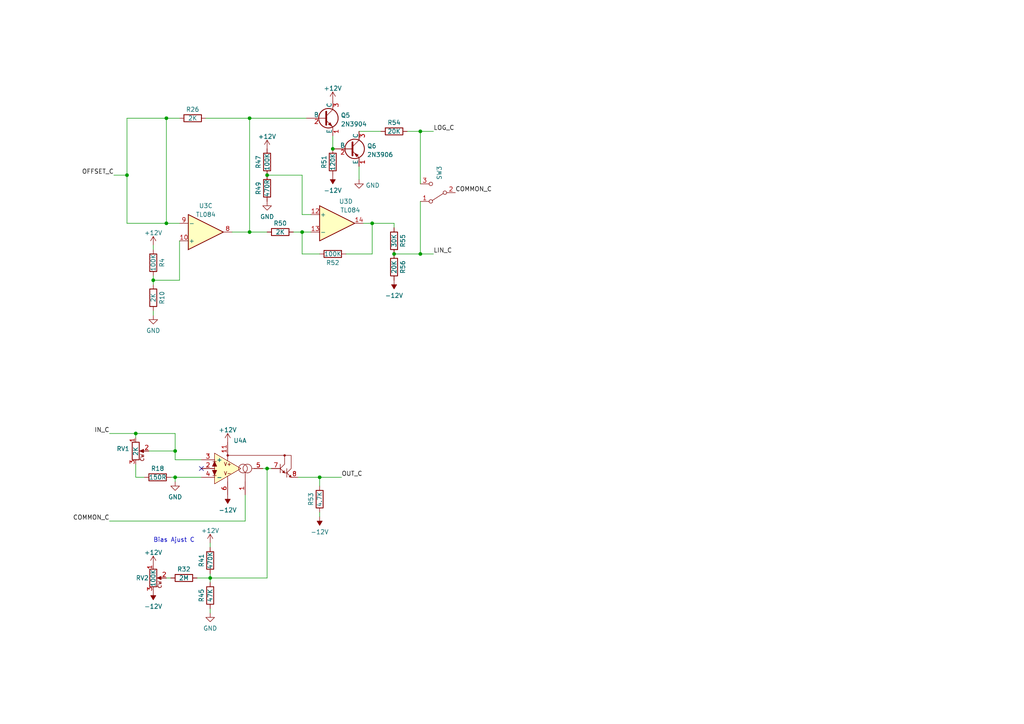
<source format=kicad_sch>
(kicad_sch (version 20211123) (generator eeschema)
  (paper "A4")
  (lib_symbols
    (symbol "Amplifier_Operational:TL084" (pin_names (offset 0.127))
      (property "Reference" "U" (at 0 5.08 0))
      (property "Value" "TL084" (at 0 -5.08 0))
      (symbol "TL084_1_1"
        (polyline (pts (xy -5.08 5.08) (xy 5.08 0) (xy -5.08 -5.08) (xy -5.08 5.08)) (stroke (width 0.254)) (fill (type background)))
        (pin output line (at 7.62 0 180) (length 2.54) (name "~") (number "1"))
        (pin input line (at -7.62 -2.54 0) (length 2.54) (name "-") (number "2"))
        (pin input line (at -7.62 2.54 0) (length 2.54) (name "+") (number "3"))
      )
      (symbol "TL084_2_1"
        (polyline (pts (xy -5.08 5.08) (xy 5.08 0) (xy -5.08 -5.08) (xy -5.08 5.08)) (stroke (width 0.254)) (fill (type background)))
        (pin input line (at -7.62 2.54 0) (length 2.54) (name "+") (number "5"))
        (pin input line (at -7.62 -2.54 0) (length 2.54) (name "-") (number "6"))
        (pin output line (at 7.62 0 180) (length 2.54) (name "~") (number "7"))
      )
      (symbol "TL084_3_1"
        (polyline (pts (xy -5.08 5.08) (xy 5.08 0) (xy -5.08 -5.08) (xy -5.08 5.08)) (stroke (width 0.254)) (fill (type background)))
        (pin input line (at -7.62 2.54 0) (length 2.54) (name "+") (number "10"))
        (pin output line (at 7.62 0 180) (length 2.54) (name "~") (number "8"))
        (pin input line (at -7.62 -2.54 0) (length 2.54) (name "-") (number "9"))
      )
      (symbol "TL084_4_1"
        (polyline (pts (xy -5.08 5.08) (xy 5.08 0) (xy -5.08 -5.08) (xy -5.08 5.08)) (stroke (width 0.254)) (fill (type background)))
        (pin input line (at -7.62 2.54 0) (length 2.54) (name "+") (number "12"))
        (pin input line (at -7.62 -2.54 0) (length 2.54) (name "-") (number "13"))
        (pin output line (at 7.62 0 180) (length 2.54) (name "~") (number "14"))
      )
      (symbol "TL084_5_1"
        (pin power_in line (at -2.54 -7.62 90) (length 3.81) (name "V-") (number "11"))
        (pin power_in line (at -2.54 7.62 270) (length 3.81) (name "V+") (number "4"))
      )
    )
    (symbol "Device:R" (pin_numbers hide) (pin_names (offset 0))
      (property "Reference" "R" (at 2.032 0 90))
      (property "Value" "R" (at 0 0 90))
      (symbol "R_0_1"
        (rectangle (start -1.016 -2.54) (end 1.016 2.54) (stroke (width 0.254)))
      )
      (symbol "R_1_1"
        (pin passive line (at 0 3.81 270) (length 1.27) (name "~") (number "1"))
        (pin passive line (at 0 -3.81 90) (length 1.27) (name "~") (number "2"))
      )
    )
    (symbol "Eurorack:Bourns_3296W_(Top_Adjust)" (pin_names (offset 1.016) hide)
      (property "Reference" "RV" (at -4.445 0 90))
      (property "Value" "Bourns_3296W_(Top_Adjust)" (at -2.54 0 90))
      (symbol "Bourns_3296W_(Top_Adjust)_0_0"
        (text "CW" (at 1.905 -1.905 900) (effects (font (size 1 1))))
      )
      (symbol "Bourns_3296W_(Top_Adjust)_0_1"
        (polyline (pts (xy 2.54 0) (xy 1.524 0)))
        (polyline (pts (xy 1.143 0) (xy 2.286 0.508) (xy 2.286 -0.508) (xy 1.143 0)) (fill (type outline)))
        (rectangle (start 1.016 2.54) (end -1.016 -2.54) (stroke (width 0.254)))
      )
      (symbol "Bourns_3296W_(Top_Adjust)_1_1"
        (pin passive line (at 0 3.81 270) (length 1.27) (name "1") (number "1"))
        (pin passive line (at 3.81 0 180) (length 1.27) (name "2") (number "2"))
        (pin passive line (at 0 -3.81 90) (length 1.27) (name "3") (number "3"))
      )
    )
    (symbol "OTA:NE5517"
      (property "Reference" "U" (at -2.54 7.62 0))
      (property "Value" "NE5517" (at 0 5.08 0))
      (symbol "NE5517_0_0"
        (circle (center -5.08 3.81) (radius 0.254) (fill (type outline)))
        (polyline (pts (xy -5.08 -3.81) (xy -5.08 -2.286)))
        (polyline (pts (xy -5.08 3.81) (xy -5.08 2.286)))
        (polyline (pts (xy 2.54 0) (xy 1.905 0)))
        (text "V+" (at -5.08 1.27 0) (effects (font (size 1.016 1.016))))
        (text "V-" (at -5.08 -1.397 0) (effects (font (size 1.016 1.016))))
      )
      (symbol "NE5517_0_1"
        (circle (center -0.635 0) (radius 1.27))
        (polyline (pts (xy -9.398 -2.032) (xy -8.382 -2.032)))
        (polyline (pts (xy -5.08 3.81) (xy 11.43 3.81)))
        (polyline (pts (xy 0 -3.81) (xy 0 -1.27)))
        (polyline (pts (xy 12.065 -1.27) (xy 13.335 -2.54)))
        (polyline (pts (xy 12.065 0) (xy 12.065 -2.54)))
        (polyline (pts (xy -9.398 2.032) (xy -8.763 2.032) (xy -8.382 2.032)))
        (polyline (pts (xy 10.16 0) (xy 11.43 -1.27) (xy 12.065 -1.27)))
        (polyline (pts (xy 10.16 1.27) (xy 10.16 0) (xy 10.16 -1.27)))
        (polyline (pts (xy 11.43 3.81) (xy 11.43 1.27) (xy 10.16 0)))
        (polyline (pts (xy -8.89 -1.905) (xy -9.525 -0.508) (xy -8.255 -0.508) (xy -8.89 -1.905)) (fill (type outline)))
        (polyline (pts (xy -8.89 2.032) (xy -9.525 0.635) (xy -8.255 0.635) (xy -8.89 2.032)) (fill (type outline)))
        (polyline (pts (xy -8.89 4.445) (xy -1.27 0) (xy -8.89 -4.445) (xy -8.89 4.445)) (stroke (width 0.1524)) (fill (type background)))
        (polyline (pts (xy 11.43 -1.27) (xy 10.795 -1.143) (xy 11.303 -0.635) (xy 11.43 -1.27)) (fill (type outline)))
        (polyline (pts (xy 12.065 -1.27) (xy 13.335 0) (xy 13.335 3.81) (xy 11.43 3.81)))
        (polyline (pts (xy 13.335 -2.54) (xy 12.7 -2.413) (xy 13.208 -1.905) (xy 13.335 -2.54)) (fill (type outline)))
        (circle (center 0.635 0) (radius 1.27))
        (circle (center 11.43 3.81) (radius 0.254) (fill (type outline)))
        (pin input line (at -5.08 7.62 270) (length 3.81) (name "~") (number "11"))
        (pin input line (at -5.08 -7.62 90) (length 3.81) (name "~") (number "6"))
      )
      (symbol "NE5517_1_1"
        (pin input line (at 0 -7.62 90) (length 3.81) (name "~") (number "1"))
        (pin input line (at -12.7 0 0) (length 3.81) (name "~") (number "2"))
        (pin input line (at -12.7 2.54 0) (length 3.81) (name "+") (number "3"))
        (pin input line (at -12.7 -2.54 0) (length 3.81) (name "-") (number "4"))
        (pin output line (at 5.08 0 180) (length 2.54) (name "~") (number "5"))
        (pin input line (at 7.62 0 0) (length 2.54) (name "~") (number "7"))
        (pin input line (at 15.24 -2.54 180) (length 1.905) (name "~") (number "8"))
      )
      (symbol "NE5517_2_1"
        (pin input line (at 7.62 0 0) (length 2.54) (name "~") (number "10"))
        (pin output line (at 5.08 0 180) (length 2.54) (name "~") (number "12"))
        (pin input line (at -12.7 -2.54 0) (length 3.81) (name "-") (number "13"))
        (pin input line (at -12.7 2.54 0) (length 3.81) (name "+") (number "14"))
        (pin input line (at -12.7 0 0) (length 3.81) (name "~") (number "15"))
        (pin input line (at 0 -7.62 90) (length 3.81) (name "~") (number "16"))
        (pin input line (at 15.24 -2.54 180) (length 1.905) (name "~") (number "9"))
      )
    )
    (symbol "Switch:SW_SPDT" (pin_names (offset 0) hide)
      (property "Reference" "SW" (at 0 4.318 0))
      (property "Value" "SW_SPDT" (at 0 -5.08 0))
      (symbol "SW_SPDT_0_0"
        (circle (center -2.032 0) (radius 0.508))
        (circle (center 2.032 -2.54) (radius 0.508))
      )
      (symbol "SW_SPDT_0_1"
        (polyline (pts (xy -1.524 0.254) (xy 1.651 2.286)))
        (circle (center 2.032 2.54) (radius 0.508))
      )
      (symbol "SW_SPDT_1_1"
        (pin passive line (at 5.08 2.54 180) (length 2.54) (name "A") (number "1"))
        (pin passive line (at -5.08 0 0) (length 2.54) (name "B") (number "2"))
        (pin passive line (at 5.08 -2.54 180) (length 2.54) (name "C") (number "3"))
      )
    )
    (symbol "Transistor_BJT:2N3904" (pin_names (offset 0))
      (property "Reference" "Q" (at 5.08 1.905 0))
      (property "Value" "2N3904" (at 5.08 0 0))
      (symbol "2N3904_0_1"
        (polyline (pts (xy 0.635 0.635) (xy 2.54 2.54)))
        (polyline (pts (xy 0.635 -0.635) (xy 2.54 -2.54) (xy 2.54 -2.54)))
        (polyline (pts (xy 0.635 1.905) (xy 0.635 -1.905) (xy 0.635 -1.905)) (stroke (width 0.508)))
        (polyline (pts (xy 1.27 -1.778) (xy 1.778 -1.27) (xy 2.286 -2.286) (xy 1.27 -1.778) (xy 1.27 -1.778)) (fill (type outline)))
        (circle (center 1.27 0) (radius 2.8194) (stroke (width 0.254)))
      )
      (symbol "2N3904_1_1"
        (pin passive line (at 2.54 -5.08 90) (length 2.54) (name "E") (number "1"))
        (pin passive line (at -5.08 0 0) (length 5.715) (name "B") (number "2"))
        (pin passive line (at 2.54 5.08 270) (length 2.54) (name "C") (number "3"))
      )
    )
    (symbol "Transistor_BJT:2N3906" (pin_names (offset 0))
      (property "Reference" "Q" (at 5.08 1.905 0))
      (property "Value" "2N3906" (at 5.08 0 0))
      (symbol "2N3906_0_1"
        (polyline (pts (xy 0.635 0.635) (xy 2.54 2.54)))
        (polyline (pts (xy 0.635 -0.635) (xy 2.54 -2.54) (xy 2.54 -2.54)))
        (polyline (pts (xy 0.635 1.905) (xy 0.635 -1.905) (xy 0.635 -1.905)) (stroke (width 0.508)))
        (polyline (pts (xy 2.286 -1.778) (xy 1.778 -2.286) (xy 1.27 -1.27) (xy 2.286 -1.778) (xy 2.286 -1.778)) (fill (type outline)))
        (circle (center 1.27 0) (radius 2.8194) (stroke (width 0.254)))
      )
      (symbol "2N3906_1_1"
        (pin passive line (at 2.54 -5.08 90) (length 2.54) (name "E") (number "1"))
        (pin input line (at -5.08 0 0) (length 5.715) (name "B") (number "2"))
        (pin passive line (at 2.54 5.08 270) (length 2.54) (name "C") (number "3"))
      )
    )
    (symbol "power:+12V" (power) (pin_names (offset 0))
      (property "Value" "+12V" (at 0 3.556 0))
      (symbol "+12V_0_1"
        (polyline (pts (xy -0.762 1.27) (xy 0 2.54)))
        (polyline (pts (xy 0 0) (xy 0 2.54)))
        (polyline (pts (xy 0 2.54) (xy 0.762 1.27)))
      )
      (symbol "+12V_1_1"
        (pin power_in line (at 0 0 90) (length 0) hide (name "+12V") (number "1"))
      )
    )
    (symbol "power:-12V" (power) (pin_names (offset 0))
      (property "Value" "-12V" (at 0 3.81 0))
      (symbol "-12V_0_0"
        (pin power_in line (at 0 0 90) (length 0) hide (name "-12V") (number "1"))
      )
      (symbol "-12V_0_1"
        (polyline (pts (xy 0 0) (xy 0 1.27) (xy 0.762 1.27) (xy 0 2.54) (xy -0.762 1.27) (xy 0 1.27)) (fill (type outline)))
      )
    )
    (symbol "power:GND" (power) (pin_names (offset 0))
      (property "Value" "GND" (at 0 -3.81 0))
      (symbol "GND_0_1"
        (polyline (pts (xy 0 0) (xy 0 -1.27) (xy 1.27 -1.27) (xy 0 -2.54) (xy -1.27 -1.27) (xy 0 -1.27)))
      )
      (symbol "GND_1_1"
        (pin power_in line (at 0 0 270) (length 0) hide (name "GND") (number "1"))
      )
    )
  )
  (junction (at 77.47 50.8))
  (junction (at 77.47 135.89))
  (junction (at 92.71 138.43))
  (junction (at 107.95 64.77))
  (junction (at 114.3 73.66))
  (junction (at 44.45 81.28))
  (junction (at 50.8 130.81))
  (junction (at 36.83 50.8))
  (junction (at 50.8 138.43))
  (junction (at 39.37 125.73))
  (junction (at 72.39 67.31))
  (junction (at 48.26 64.77))
  (junction (at 60.96 167.64))
  (junction (at 121.92 73.66))
  (junction (at 48.26 34.29))
  (junction (at 96.52 43.18))
  (junction (at 87.63 67.31))
  (junction (at 121.92 38.1))
  (junction (at 72.39 34.29))
  (no_connect (at 58.42 135.89))
  (wire (pts (xy 87.63 73.66) (xy 92.71 73.66)))
  (wire (pts (xy 44.45 81.28) (xy 44.45 82.55)))
  (wire (pts (xy 86.36 138.43) (xy 92.71 138.43)))
  (wire (pts (xy 48.26 64.77) (xy 52.07 64.77)))
  (wire (pts (xy 76.2 135.89) (xy 77.47 135.89)))
  (wire (pts (xy 41.91 138.43) (xy 39.37 138.43)))
  (wire (pts (xy 60.96 167.64) (xy 77.47 167.64)))
  (wire (pts (xy 59.69 34.29) (xy 72.39 34.29)))
  (wire (pts (xy 44.45 80.01) (xy 44.45 81.28)))
  (wire (pts (xy 77.47 135.89) (xy 78.74 135.89)))
  (wire (pts (xy 92.71 140.97) (xy 92.71 138.43)))
  (wire (pts (xy 31.75 151.13) (xy 71.12 151.13)))
  (wire (pts (xy 72.39 34.29) (xy 88.9 34.29)))
  (wire (pts (xy 92.71 138.43) (xy 99.06 138.43)))
  (wire (pts (xy 31.75 125.73) (xy 39.37 125.73)))
  (wire (pts (xy 58.42 133.35) (xy 50.8 133.35)))
  (wire (pts (xy 118.11 38.1) (xy 121.92 38.1)))
  (wire (pts (xy 114.3 66.04) (xy 114.3 64.77)))
  (wire (pts (xy 36.83 50.8) (xy 36.83 64.77)))
  (wire (pts (xy 57.15 167.64) (xy 60.96 167.64)))
  (wire (pts (xy 87.63 67.31) (xy 87.63 73.66)))
  (wire (pts (xy 85.09 67.31) (xy 87.63 67.31)))
  (wire (pts (xy 110.49 38.1) (xy 104.14 38.1)))
  (wire (pts (xy 107.95 64.77) (xy 114.3 64.77)))
  (wire (pts (xy 96.52 39.37) (xy 96.52 43.18)))
  (wire (pts (xy 71.12 143.51) (xy 71.12 151.13)))
  (wire (pts (xy 36.83 34.29) (xy 36.83 50.8)))
  (wire (pts (xy 105.41 64.77) (xy 107.95 64.77)))
  (wire (pts (xy 33.02 50.8) (xy 36.83 50.8)))
  (wire (pts (xy 50.8 133.35) (xy 50.8 130.81)))
  (wire (pts (xy 77.47 50.8) (xy 87.63 50.8)))
  (wire (pts (xy 72.39 34.29) (xy 72.39 67.31)))
  (wire (pts (xy 44.45 91.44) (xy 44.45 90.17)))
  (wire (pts (xy 121.92 73.66) (xy 114.3 73.66)))
  (wire (pts (xy 121.92 38.1) (xy 121.92 53.34)))
  (wire (pts (xy 87.63 50.8) (xy 87.63 62.23)))
  (wire (pts (xy 92.71 148.59) (xy 92.71 149.86)))
  (wire (pts (xy 77.47 135.89) (xy 77.47 167.64)))
  (wire (pts (xy 48.26 34.29) (xy 48.26 64.77)))
  (wire (pts (xy 50.8 139.7) (xy 50.8 138.43)))
  (wire (pts (xy 121.92 38.1) (xy 125.73 38.1)))
  (wire (pts (xy 107.95 73.66) (xy 107.95 64.77)))
  (wire (pts (xy 48.26 34.29) (xy 52.07 34.29)))
  (wire (pts (xy 48.26 167.64) (xy 49.53 167.64)))
  (wire (pts (xy 50.8 130.81) (xy 50.8 125.73)))
  (wire (pts (xy 87.63 62.23) (xy 90.17 62.23)))
  (wire (pts (xy 87.63 67.31) (xy 90.17 67.31)))
  (wire (pts (xy 52.07 81.28) (xy 44.45 81.28)))
  (wire (pts (xy 60.96 176.53) (xy 60.96 177.8)))
  (wire (pts (xy 60.96 166.37) (xy 60.96 167.64)))
  (wire (pts (xy 39.37 125.73) (xy 50.8 125.73)))
  (wire (pts (xy 36.83 34.29) (xy 48.26 34.29)))
  (wire (pts (xy 121.92 58.42) (xy 121.92 73.66)))
  (wire (pts (xy 44.45 71.12) (xy 44.45 72.39)))
  (wire (pts (xy 39.37 134.62) (xy 39.37 138.43)))
  (wire (pts (xy 36.83 64.77) (xy 48.26 64.77)))
  (wire (pts (xy 125.73 73.66) (xy 121.92 73.66)))
  (wire (pts (xy 100.33 73.66) (xy 107.95 73.66)))
  (wire (pts (xy 52.07 69.85) (xy 52.07 81.28)))
  (wire (pts (xy 39.37 127) (xy 39.37 125.73)))
  (wire (pts (xy 50.8 138.43) (xy 58.42 138.43)))
  (wire (pts (xy 60.96 157.48) (xy 60.96 158.75)))
  (wire (pts (xy 104.14 52.07) (xy 104.14 48.26)))
  (wire (pts (xy 43.18 130.81) (xy 50.8 130.81)))
  (wire (pts (xy 72.39 67.31) (xy 77.47 67.31)))
  (wire (pts (xy 49.53 138.43) (xy 50.8 138.43)))
  (wire (pts (xy 67.31 67.31) (xy 72.39 67.31)))
  (wire (pts (xy 60.96 167.64) (xy 60.96 168.91)))
  (text "Bias Ajust C" (at 44.45 157.48 0) (effects (font (size 1.27 1.27)) (justify left bottom)))
  (label "OFFSET_C" (at 33.02 50.8 180))
  (label "OUT_C" (at 99.06 138.43 0))
  (label "LIN_C" (at 125.73 73.66 0))
  (label "COMMON_C" (at 31.75 151.13 180))
  (label "IN_C" (at 31.75 125.73 180))
  (label "LOG_C" (at 125.73 38.1 0))
  (label "COMMON_C" (at 132.08 55.88 0))
  (symbol (lib_id "Device:R") (at 96.52 73.66 270) (unit 1)
    (property "Reference" "R52" (at 96.52 76.2 90))
    (property "Value" "100K" (at 96.52 73.66 90))
  )
  (symbol (lib_id "power:+12V") (at 96.52 29.21 0) (unit 1)
    (property "Reference" "#PWR0165" (effects hide))
    (property "Value" "+12V" (at 96.52 25.6342 0))
  )
  (symbol (lib_id "Transistor_BJT:2N3904") (at 93.98 34.29 0) (unit 1)
    (property "Reference" "Q5" (at 98.8314 33.4553 0) (effects (justify left)))
    (property "Value" "2N3904" (at 98.8314 35.9922 0) (effects (justify left)))
    (property "Datasheet" "https://www.onsemi.com/pub/Collateral/2N3903-D.PDF" (effects hide))
  )
  (symbol (lib_id "Transistor_BJT:2N3906") (at 101.6 43.18 0) (unit 1)
    (property "Reference" "Q6" (at 106.4514 42.3453 0) (effects (justify left)))
    (property "Value" "2N3906" (at 106.4514 44.8822 0) (effects (justify left)))
    (property "Datasheet" "https://www.onsemi.com/pub/Collateral/2N3906-D.PDF" (effects hide))
  )
  (symbol (lib_id "Device:R") (at 114.3 69.85 0) (unit 1)
    (property "Reference" "R55" (at 116.84 69.85 90))
    (property "Value" "30K" (at 114.3 69.85 90))
  )
  (symbol (lib_id "power:GND") (at 104.14 52.07 0) (mirror y) (unit 1)
    (property "Reference" "#PWR0162" (effects hide))
    (property "Value" "GND" (at 106.045 53.7738 0) (effects (justify right)))
  )
  (symbol (lib_id "power:-12V") (at 66.04 143.51 180) (unit 1)
    (property "Reference" "#PWR?" (effects hide))
    (property "Value" "-12V" (at 66.04 147.9534 0))
  )
  (symbol (lib_id "Device:R") (at 77.47 54.61 180) (unit 1)
    (property "Reference" "R49" (at 74.93 54.61 90))
    (property "Value" "470R" (at 77.47 54.61 90))
  )
  (symbol (lib_id "power:GND") (at 50.8 139.7 0) (unit 1)
    (property "Reference" "#PWR0155" (effects hide))
    (property "Value" "GND" (at 50.8 144.1434 0))
  )
  (symbol (lib_id "power:GND") (at 44.45 91.44 0) (unit 1)
    (property "Reference" "#PWR0153" (effects hide))
    (property "Value" "GND" (at 44.45 95.8834 0))
  )
  (symbol (lib_id "Device:R") (at 92.71 144.78 180) (unit 1)
    (property "Reference" "R53" (at 90.17 144.78 90))
    (property "Value" "4.7K" (at 92.71 144.78 90))
  )
  (symbol (lib_id "Switch:SW_SPDT") (at 127 55.88 180) (unit 1)
    (property "Reference" "SW3" (at 127.4338 52.197 90) (effects (justify right)))
  )
  (symbol (lib_id "power:-12V") (at 96.52 50.8 180) (unit 1)
    (property "Reference" "#PWR0164" (effects hide))
    (property "Value" "-12V" (at 96.52 55.2434 0))
  )
  (symbol (lib_id "power:GND") (at 77.47 58.42 0) (unit 1)
    (property "Reference" "#PWR0166" (effects hide))
    (property "Value" "GND" (at 77.47 62.8634 0))
  )
  (symbol (lib_id "power:-12V") (at 114.3 81.28 180) (unit 1)
    (property "Reference" "#PWR0161" (effects hide))
    (property "Value" "-12V" (at 114.3 85.7234 0))
  )
  (symbol (lib_id "power:+12V") (at 44.45 163.83 0) (unit 1)
    (property "Reference" "#PWR0156" (effects hide))
    (property "Value" "+12V" (at 44.45 160.2542 0))
  )
  (symbol (lib_id "power:+12V") (at 60.96 157.48 0) (unit 1)
    (property "Reference" "#PWR0160" (effects hide))
    (property "Value" "+12V" (at 60.96 153.9042 0))
  )
  (symbol (lib_id "Device:R") (at 44.45 86.36 0) (unit 1)
    (property "Reference" "R10" (at 46.99 86.36 90))
    (property "Value" "2K" (at 44.45 86.36 90))
  )
  (symbol (lib_id "OTA:NE5517") (at 71.12 135.89 0) (unit 1)
    (property "Reference" "U4" (at 67.6911 127.796 0) (effects (justify left)))
  )
  (symbol (lib_id "Device:R") (at 81.28 67.31 90) (unit 1)
    (property "Reference" "R50" (at 81.28 64.77 90))
    (property "Value" "2K" (at 81.28 67.31 90))
  )
  (symbol (lib_id "power:+12V") (at 66.04 128.27 0) (unit 1)
    (property "Reference" "#PWR?" (effects hide))
    (property "Value" "+12V" (at 66.04 124.6942 0))
  )
  (symbol (lib_id "Device:R") (at 114.3 77.47 0) (unit 1)
    (property "Reference" "R56" (at 116.84 77.47 90))
    (property "Value" "20K" (at 114.3 77.47 90))
  )
  (symbol (lib_id "power:-12V") (at 92.71 149.86 180) (unit 1)
    (property "Reference" "#PWR0158" (effects hide))
    (property "Value" "-12V" (at 92.71 154.3034 0))
  )
  (symbol (lib_id "Amplifier_Operational:TL084") (at 59.69 67.31 0) (mirror x) (unit 3)
    (property "Reference" "U3" (at 59.69 59.69 0))
    (property "Value" "TL084" (at 59.69 62.23 0))
    (property "Datasheet" "http://www.ti.com/lit/ds/symlink/tl081.pdf" (effects hide))
  )
  (symbol (lib_id "Amplifier_Operational:TL084") (at 97.79 64.77 0) (unit 4)
    (property "Reference" "U3" (at 100.33 58.42 0))
    (property "Value" "TL084" (at 101.6 60.96 0))
    (property "Datasheet" "http://www.ti.com/lit/ds/symlink/tl081.pdf" (effects hide))
  )
  (symbol (lib_id "power:+12V") (at 44.45 71.12 0) (unit 1)
    (property "Reference" "#PWR0154" (effects hide))
    (property "Value" "+12V" (at 44.45 67.5442 0))
  )
  (symbol (lib_id "Device:R") (at 60.96 172.72 180) (unit 1)
    (property "Reference" "R45" (at 58.42 172.72 90))
    (property "Value" "47K" (at 60.96 172.72 90))
  )
  (symbol (lib_id "Device:R") (at 77.47 46.99 180) (unit 1)
    (property "Reference" "R47" (at 74.93 46.99 90))
    (property "Value" "100K" (at 77.47 46.99 90))
  )
  (symbol (lib_id "Eurorack:Bourns_3296W_(Top_Adjust)") (at 44.45 167.64 0) (unit 1)
    (property "Reference" "RV2" (at 43.18 167.64 0) (effects (justify right)))
    (property "Value" "100K" (at 44.45 165.1 90) (effects (justify right)))
    (property "Footprint" "Potentiometer_THT:Potentiometer_Bourns_3296W_Vertical" (effects hide))
  )
  (symbol (lib_id "power:GND") (at 60.96 177.8 0) (unit 1)
    (property "Reference" "#PWR0159" (effects hide))
    (property "Value" "GND" (at 60.96 182.2434 0))
  )
  (symbol (lib_id "power:-12V") (at 44.45 171.45 180) (unit 1)
    (property "Reference" "#PWR0157" (effects hide))
    (property "Value" "-12V" (at 44.45 175.8934 0))
  )
  (symbol (lib_id "Device:R") (at 60.96 162.56 180) (unit 1)
    (property "Reference" "R41" (at 58.42 162.56 90))
    (property "Value" "470K" (at 60.96 162.56 90))
  )
  (symbol (lib_id "Device:R") (at 55.88 34.29 90) (unit 1)
    (property "Reference" "R26" (at 55.88 31.75 90))
    (property "Value" "2K" (at 55.88 34.29 90))
  )
  (symbol (lib_id "Eurorack:Bourns_3296W_(Top_Adjust)") (at 39.37 130.81 0) (unit 1)
    (property "Reference" "RV1" (at 37.5921 130.1612 0) (effects (justify right)))
    (property "Value" "2K" (at 39.37 129.54 90) (effects (justify right)))
  )
  (symbol (lib_id "Device:R") (at 114.3 38.1 90) (unit 1)
    (property "Reference" "R54" (at 114.3 35.56 90))
    (property "Value" "20K" (at 114.3 38.1 90))
  )
  (symbol (lib_id "Device:R") (at 45.72 138.43 90) (unit 1)
    (property "Reference" "R18" (at 45.72 135.89 90))
    (property "Value" "150R" (at 45.72 138.43 90))
  )
  (symbol (lib_id "Device:R") (at 44.45 76.2 0) (unit 1)
    (property "Reference" "R4" (at 46.99 76.2 90))
    (property "Value" "100K" (at 44.45 76.2 90))
  )
  (symbol (lib_id "power:+12V") (at 77.47 43.18 0) (unit 1)
    (property "Reference" "#PWR0163" (effects hide))
    (property "Value" "+12V" (at 77.47 39.6042 0))
  )
  (symbol (lib_id "Device:R") (at 53.34 167.64 90) (unit 1)
    (property "Reference" "R32" (at 53.34 165.1 90))
    (property "Value" "2M" (at 53.34 167.64 90))
  )
  (symbol (lib_id "Device:R") (at 96.52 46.99 180) (unit 1)
    (property "Reference" "R51" (at 93.98 46.99 90))
    (property "Value" "120K" (at 96.52 46.99 90))
  )
)
</source>
